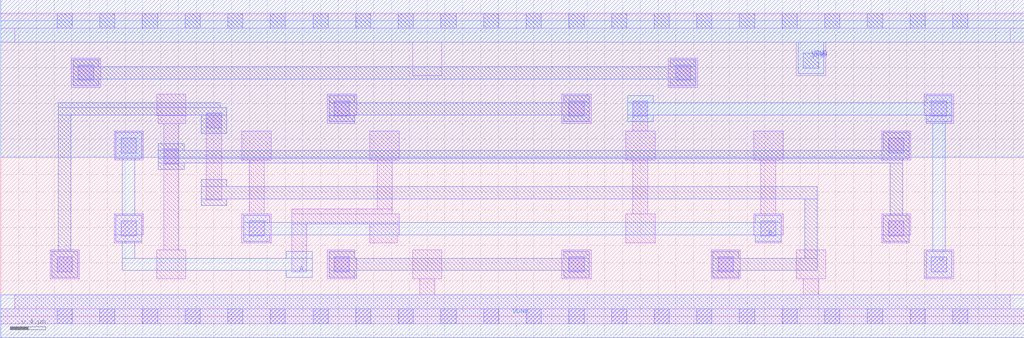
<source format=lef>
VERSION 5.7 ;
  NOWIREEXTENSIONATPIN ON ;
  DIVIDERCHAR "/" ;
  BUSBITCHARS "[]" ;
MACRO VANBERKEL1991
  CLASS CORE ;
  FOREIGN VANBERKEL1991 ;
  ORIGIN 0.000 0.000 ;
  SIZE 11.520 BY 3.330 ;
  SYMMETRY X Y ;
  SITE unit ;
  PIN A
    ANTENNAGATEAREA 0.378000 ;
    PORT
      LAYER met1 ;
        RECT 1.295 1.780 1.585 2.070 ;
        RECT 1.370 1.135 1.510 1.780 ;
        RECT 1.295 0.845 1.585 1.135 ;
        RECT 1.370 0.655 1.510 0.845 ;
        RECT 3.215 0.655 3.505 0.730 ;
        RECT 1.370 0.515 3.505 0.655 ;
        RECT 3.215 0.440 3.505 0.515 ;
    END
  END A
  PIN B
    ANTENNAGATEAREA 0.378000 ;
    PORT
      LAYER met1 ;
        RECT 2.735 1.060 3.025 1.135 ;
        RECT 8.495 1.060 8.785 1.135 ;
        RECT 2.735 0.920 8.785 1.060 ;
        RECT 2.735 0.845 3.025 0.920 ;
        RECT 8.495 0.845 8.785 0.920 ;
    END
  END B
  PIN C
    ANTENNAGATEAREA 0.189000 ;
    ANTENNADIFFAREA 1.031650 ;
    PORT
      LAYER met1 ;
        RECT 7.055 2.410 7.345 2.485 ;
        RECT 10.415 2.410 10.705 2.485 ;
        RECT 7.055 2.270 10.705 2.410 ;
        RECT 7.055 2.195 7.345 2.270 ;
        RECT 10.415 2.195 10.705 2.270 ;
        RECT 10.490 0.730 10.630 2.195 ;
        RECT 10.415 0.440 10.705 0.730 ;
    END
  END C
  PIN VGND
    ANTENNADIFFAREA 0.914200 ;
    PORT
      LAYER met1 ;
        RECT 0.000 -0.240 11.520 0.240 ;
    END
    PORT
      LAYER met1 ;
        RECT 0.000 3.090 11.520 3.570 ;
        RECT 8.975 2.735 9.265 3.090 ;
    END
  END VGND
  PIN VPWR
    ANTENNADIFFAREA 1.747200 ;
    PORT
      LAYER li1 ;
        RECT 0.000 3.245 11.520 3.415 ;
        RECT 0.155 3.090 11.365 3.245 ;
        RECT 4.635 2.715 4.965 3.090 ;
        RECT 8.955 2.715 9.285 3.090 ;
      LAYER mcon ;
        RECT 0.635 3.245 0.805 3.415 ;
        RECT 1.115 3.245 1.285 3.415 ;
        RECT 1.595 3.245 1.765 3.415 ;
        RECT 2.075 3.245 2.245 3.415 ;
        RECT 2.555 3.245 2.725 3.415 ;
        RECT 3.035 3.245 3.205 3.415 ;
        RECT 3.515 3.245 3.685 3.415 ;
        RECT 3.995 3.245 4.165 3.415 ;
        RECT 4.475 3.245 4.645 3.415 ;
        RECT 4.955 3.245 5.125 3.415 ;
        RECT 5.435 3.245 5.605 3.415 ;
        RECT 5.915 3.245 6.085 3.415 ;
        RECT 6.395 3.245 6.565 3.415 ;
        RECT 6.875 3.245 7.045 3.415 ;
        RECT 7.355 3.245 7.525 3.415 ;
        RECT 7.835 3.245 8.005 3.415 ;
        RECT 8.315 3.245 8.485 3.415 ;
        RECT 8.795 3.245 8.965 3.415 ;
        RECT 9.275 3.245 9.445 3.415 ;
        RECT 9.755 3.245 9.925 3.415 ;
        RECT 10.235 3.245 10.405 3.415 ;
        RECT 10.715 3.245 10.885 3.415 ;
        RECT 9.035 2.795 9.205 2.965 ;
    END
  END VPWR
  OBS
      LAYER nwell ;
        RECT 0.000 1.790 11.520 3.330 ;
      LAYER li1 ;
        RECT 0.795 2.580 1.125 2.910 ;
        RECT 7.515 2.580 7.845 2.910 ;
        RECT 1.755 2.260 2.085 2.505 ;
        RECT 1.775 2.175 2.085 2.260 ;
        RECT 1.275 1.760 1.605 2.090 ;
        RECT 1.275 0.920 1.605 1.155 ;
        RECT 1.275 0.825 1.585 0.920 ;
        RECT 1.835 0.750 2.005 2.175 ;
        RECT 2.315 1.310 2.485 2.290 ;
        RECT 3.675 2.260 4.005 2.505 ;
        RECT 3.675 2.175 3.985 2.260 ;
        RECT 6.315 2.175 6.645 2.505 ;
        RECT 7.115 2.090 7.285 2.425 ;
        RECT 10.395 2.260 10.725 2.505 ;
        RECT 10.415 2.175 10.725 2.260 ;
        RECT 2.715 1.760 3.045 2.090 ;
        RECT 4.155 1.760 4.485 2.090 ;
        RECT 7.035 1.760 7.365 2.090 ;
        RECT 8.475 1.760 8.805 2.090 ;
        RECT 9.915 1.760 10.245 2.090 ;
        RECT 2.795 1.155 2.965 1.760 ;
        RECT 4.235 1.210 4.405 1.760 ;
        RECT 3.275 1.155 4.405 1.210 ;
        RECT 7.115 1.155 7.285 1.760 ;
        RECT 8.555 1.155 8.725 1.760 ;
        RECT 2.715 0.825 3.045 1.155 ;
        RECT 3.275 1.040 4.485 1.155 ;
        RECT 0.555 0.420 0.885 0.750 ;
        RECT 1.755 0.420 2.085 0.750 ;
        RECT 3.275 0.500 3.445 1.040 ;
        RECT 4.155 0.920 4.485 1.040 ;
        RECT 4.155 0.825 4.465 0.920 ;
        RECT 7.035 0.825 7.365 1.155 ;
        RECT 8.475 0.920 8.805 1.155 ;
        RECT 9.915 0.920 10.245 1.155 ;
        RECT 8.495 0.825 8.785 0.920 ;
        RECT 9.915 0.825 10.225 0.920 ;
        RECT 3.675 0.655 3.985 0.750 ;
        RECT 3.675 0.420 4.005 0.655 ;
        RECT 4.635 0.420 4.965 0.750 ;
        RECT 6.315 0.420 6.645 0.750 ;
        RECT 7.995 0.420 8.325 0.750 ;
        RECT 8.955 0.420 9.285 0.750 ;
        RECT 10.395 0.420 10.725 0.750 ;
        RECT 4.715 0.240 4.885 0.420 ;
        RECT 9.035 0.240 9.205 0.420 ;
        RECT 0.155 0.085 11.365 0.240 ;
        RECT 0.000 -0.085 11.520 0.085 ;
      LAYER mcon ;
        RECT 0.875 2.660 1.045 2.830 ;
        RECT 7.595 2.660 7.765 2.830 ;
        RECT 1.355 1.840 1.525 2.010 ;
        RECT 1.835 1.715 2.005 1.885 ;
        RECT 1.355 0.905 1.525 1.075 ;
        RECT 2.315 2.120 2.485 2.290 ;
        RECT 3.755 2.255 3.925 2.425 ;
        RECT 6.395 2.255 6.565 2.425 ;
        RECT 7.115 2.255 7.285 2.425 ;
        RECT 10.475 2.255 10.645 2.425 ;
        RECT 9.995 1.840 10.165 2.010 ;
        RECT 2.795 0.905 2.965 1.075 ;
        RECT 0.635 0.500 0.805 0.670 ;
        RECT 8.555 0.905 8.725 1.075 ;
        RECT 9.995 0.905 10.165 1.075 ;
        RECT 3.755 0.500 3.925 0.670 ;
        RECT 6.395 0.500 6.565 0.670 ;
        RECT 8.075 0.500 8.245 0.670 ;
        RECT 10.475 0.500 10.645 0.670 ;
        RECT 0.635 -0.085 0.805 0.085 ;
        RECT 1.115 -0.085 1.285 0.085 ;
        RECT 1.595 -0.085 1.765 0.085 ;
        RECT 2.075 -0.085 2.245 0.085 ;
        RECT 2.555 -0.085 2.725 0.085 ;
        RECT 3.035 -0.085 3.205 0.085 ;
        RECT 3.515 -0.085 3.685 0.085 ;
        RECT 3.995 -0.085 4.165 0.085 ;
        RECT 4.475 -0.085 4.645 0.085 ;
        RECT 4.955 -0.085 5.125 0.085 ;
        RECT 5.435 -0.085 5.605 0.085 ;
        RECT 5.915 -0.085 6.085 0.085 ;
        RECT 6.395 -0.085 6.565 0.085 ;
        RECT 6.875 -0.085 7.045 0.085 ;
        RECT 7.355 -0.085 7.525 0.085 ;
        RECT 7.835 -0.085 8.005 0.085 ;
        RECT 8.315 -0.085 8.485 0.085 ;
        RECT 8.795 -0.085 8.965 0.085 ;
        RECT 9.275 -0.085 9.445 0.085 ;
        RECT 9.755 -0.085 9.925 0.085 ;
        RECT 10.235 -0.085 10.405 0.085 ;
        RECT 10.715 -0.085 10.885 0.085 ;
      LAYER met1 ;
        RECT 0.815 2.815 1.105 2.890 ;
        RECT 7.535 2.815 7.825 2.890 ;
        RECT 0.815 2.675 7.825 2.815 ;
        RECT 0.815 2.600 1.105 2.675 ;
        RECT 7.535 2.600 7.825 2.675 ;
        RECT 3.695 2.410 3.985 2.485 ;
        RECT 6.335 2.410 6.625 2.485 ;
        RECT 0.650 2.350 2.470 2.410 ;
        RECT 0.650 2.270 2.545 2.350 ;
        RECT 0.650 0.730 0.790 2.270 ;
        RECT 2.255 2.060 2.545 2.270 ;
        RECT 3.695 2.270 6.625 2.410 ;
        RECT 3.695 2.195 3.985 2.270 ;
        RECT 6.335 2.195 6.625 2.270 ;
        RECT 1.775 1.870 2.065 1.945 ;
        RECT 9.935 1.870 10.225 2.070 ;
        RECT 1.775 1.780 10.225 1.870 ;
        RECT 1.775 1.730 10.150 1.780 ;
        RECT 1.775 1.655 2.065 1.730 ;
        RECT 2.255 1.465 2.545 1.540 ;
        RECT 2.255 1.325 9.190 1.465 ;
        RECT 2.255 1.250 2.545 1.325 ;
        RECT 0.575 0.440 0.865 0.730 ;
        RECT 3.695 0.655 3.985 0.730 ;
        RECT 6.335 0.655 6.625 0.730 ;
        RECT 3.695 0.515 6.625 0.655 ;
        RECT 3.695 0.440 3.985 0.515 ;
        RECT 6.335 0.440 6.625 0.515 ;
        RECT 8.015 0.655 8.305 0.730 ;
        RECT 9.050 0.655 9.190 1.325 ;
        RECT 10.010 1.135 10.150 1.730 ;
        RECT 9.935 0.845 10.225 1.135 ;
        RECT 8.015 0.515 9.190 0.655 ;
        RECT 8.015 0.440 8.305 0.515 ;
  END
END VANBERKEL1991
END LIBRARY


</source>
